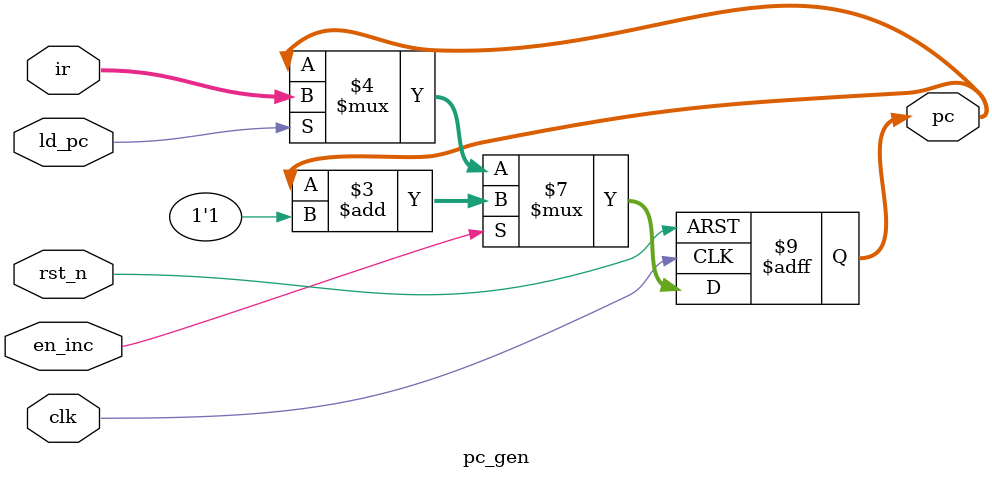
<source format=v>
module  pc_gen
(
					//系统相关
					input						clk,//RISC核心工作时钟
					input						rst_n,//RISC复位，低电平有效
					//指令时序控制相关		
					input						en_inc,//(当en_inc==1pc自加1)
					input						ld_pc,//(ld_pc==1pc更新为ir[12:0])
					//操作地址		
					input[12:0]					ir,//操作地址
					//输出指令指针		
					output reg[12:0]			pc//指令指针

);
always				@(posedge				clk    or  negedge 			rst_n)
					if(~rst_n)
							pc   		<=    13'd0;
					else   	if(en_inc)
							pc   		<=    pc    +    1'b1;//自加1
					
					else 	if(ld_pc)
							pc[12:0]   		<= 	  ir[12:0];//跳转

endmodule 
</source>
